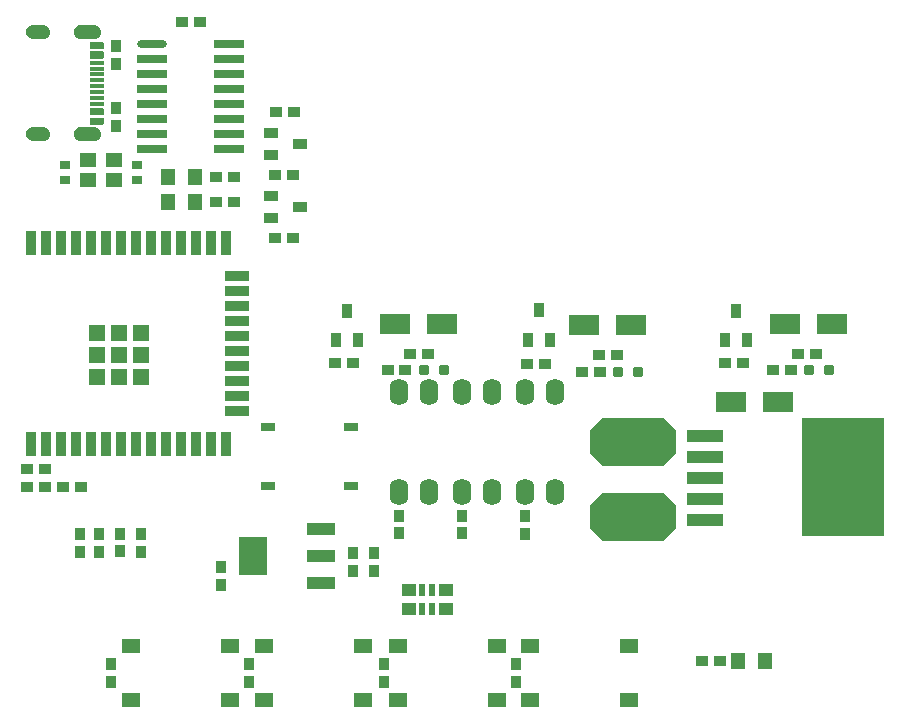
<source format=gtp>
G04*
G04 #@! TF.GenerationSoftware,Altium Limited,Altium Designer,21.3.2 (30)*
G04*
G04 Layer_Color=8421504*
%FSTAX24Y24*%
%MOIN*%
G70*
G04*
G04 #@! TF.SameCoordinates,4D29D3D3-CB23-4B61-9135-448C7089281F*
G04*
G04*
G04 #@! TF.FilePolarity,Positive*
G04*
G01*
G75*
%ADD20R,0.0394X0.0374*%
G04:AMPARAMS|DCode=21|XSize=31.5mil|YSize=31.5mil|CornerRadius=3.9mil|HoleSize=0mil|Usage=FLASHONLY|Rotation=0.000|XOffset=0mil|YOffset=0mil|HoleType=Round|Shape=RoundedRectangle|*
%AMROUNDEDRECTD21*
21,1,0.0315,0.0236,0,0,0.0*
21,1,0.0236,0.0315,0,0,0.0*
1,1,0.0079,0.0118,-0.0118*
1,1,0.0079,-0.0118,-0.0118*
1,1,0.0079,-0.0118,0.0118*
1,1,0.0079,0.0118,0.0118*
%
%ADD21ROUNDEDRECTD21*%
%ADD22R,0.0453X0.0118*%
%ADD23R,0.0453X0.0236*%
%ADD24R,0.0551X0.0472*%
%ADD25R,0.0984X0.0669*%
%ADD26R,0.0335X0.0472*%
%ADD27O,0.0630X0.0886*%
G04:AMPARAMS|DCode=28|XSize=287.4mil|YSize=157.5mil|CornerRadius=0mil|HoleSize=0mil|Usage=FLASHONLY|Rotation=180.000|XOffset=0mil|YOffset=0mil|HoleType=Round|Shape=Octagon|*
%AMOCTAGOND28*
4,1,8,-0.1437,0.0394,-0.1437,-0.0394,-0.1043,-0.0787,0.1043,-0.0787,0.1437,-0.0394,0.1437,0.0394,0.1043,0.0787,-0.1043,0.0787,-0.1437,0.0394,0.0*
%
%ADD28OCTAGOND28*%

%ADD29R,0.2756X0.3937*%
%ADD30R,0.1200X0.0394*%
%ADD31R,0.0500X0.0550*%
%ADD32R,0.0374X0.0394*%
%ADD33R,0.0600X0.0500*%
%ADD34R,0.0457X0.0394*%
%ADD35R,0.0200X0.0394*%
%ADD36R,0.0945X0.1299*%
%ADD37R,0.0945X0.0394*%
%ADD38R,0.0472X0.0315*%
%ADD39R,0.0472X0.0335*%
%ADD40R,0.0984X0.0250*%
%ADD41O,0.0984X0.0250*%
%ADD42R,0.0335X0.0276*%
%ADD43R,0.0354X0.0787*%
%ADD44R,0.0787X0.0354*%
%ADD45R,0.0524X0.0524*%
G36*
X025738Y046304D02*
X025285D01*
Y046423D01*
X025738D01*
Y046304D01*
D02*
G37*
G36*
X025738Y046108D02*
X025285D01*
Y046226D01*
X025738D01*
Y046108D01*
D02*
G37*
G36*
X025738Y045911D02*
X025286D01*
Y046029D01*
X025738D01*
Y045911D01*
D02*
G37*
G36*
X025738Y045714D02*
X025285D01*
Y045832D01*
X025738D01*
Y045714D01*
D02*
G37*
G36*
Y045399D02*
X025285D01*
Y045635D01*
X025738D01*
Y045399D01*
D02*
G37*
G36*
Y045084D02*
X025285D01*
Y04532D01*
X025738D01*
Y045084D01*
D02*
G37*
G36*
X025547Y044962D02*
X025614Y044895D01*
X02565Y044808D01*
Y044714D01*
X025614Y044627D01*
X025547Y044561D01*
X02546Y044525D01*
X024933D01*
X024846Y044561D01*
X02478Y044627D01*
X024744Y044714D01*
Y044808D01*
X02478Y044895D01*
X024846Y044962D01*
X024933Y044998D01*
X02546D01*
X025547Y044962D01*
D02*
G37*
G36*
X023854D02*
X023921Y044895D01*
X023957Y044808D01*
Y044714D01*
X023921Y044627D01*
X023854Y044561D01*
X023767Y044525D01*
X023359D01*
X023272Y044561D01*
X023205Y044627D01*
X023169Y044714D01*
Y044808D01*
X023205Y044895D01*
X023272Y044962D01*
X023359Y044998D01*
X023767D01*
X023854Y044962D01*
D02*
G37*
G36*
X02372Y048399D02*
X023767D01*
X023854Y048363D01*
X023921Y048297D01*
X023957Y04821D01*
Y048116D01*
X023921Y048029D01*
X023854Y047963D01*
X023767Y047927D01*
X02372D01*
D01*
X023406D01*
X023359D01*
X023272Y047963D01*
X023205Y048029D01*
X023169Y048116D01*
Y04821D01*
X023205Y048297D01*
X023272Y048363D01*
X023359Y048399D01*
X023406D01*
D01*
X02372D01*
D02*
G37*
G36*
X025413D02*
X02546D01*
X025547Y048363D01*
X025614Y048297D01*
X02565Y04821D01*
Y048116D01*
X025614Y048029D01*
X025547Y047963D01*
X02546Y047927D01*
X025413D01*
D01*
X02498D01*
X024933D01*
X024846Y047963D01*
X02478Y048029D01*
X024744Y048116D01*
Y04821D01*
X02478Y048297D01*
X024846Y048363D01*
X024933Y048399D01*
X02498D01*
D01*
X025413D01*
D02*
G37*
G36*
X025737Y047525D02*
Y047289D01*
X025284D01*
Y047525D01*
X025737D01*
D02*
G37*
G36*
Y04784D02*
Y047604D01*
X025284D01*
Y04784D01*
X025737D01*
D02*
G37*
G36*
X025737Y046816D02*
Y046698D01*
X025285D01*
Y046816D01*
X025737D01*
D02*
G37*
G36*
X025738Y04662D02*
Y046501D01*
X025285D01*
Y04662D01*
X025738D01*
D02*
G37*
G36*
X025738Y04721D02*
Y047092D01*
X025286D01*
Y04721D01*
X025738D01*
D02*
G37*
G36*
X025738Y047013D02*
Y046895D01*
X025285D01*
Y047013D01*
X025738D01*
D02*
G37*
D20*
X034045Y03715D02*
D03*
X033455D02*
D03*
X035209Y0369D02*
D03*
X0358D02*
D03*
X041705Y03685D02*
D03*
X042295D02*
D03*
X048055Y0369D02*
D03*
X048645D02*
D03*
X049495Y03745D02*
D03*
X048905D02*
D03*
X046455Y03715D02*
D03*
X047045D02*
D03*
X042845Y0374D02*
D03*
X042255D02*
D03*
X039855Y0371D02*
D03*
X040445D02*
D03*
X036545Y03745D02*
D03*
X035955D02*
D03*
X046295Y0272D02*
D03*
X045705D02*
D03*
X023205Y0336D02*
D03*
X023795D02*
D03*
X023205Y033D02*
D03*
X023795D02*
D03*
X024405D02*
D03*
X024995D02*
D03*
X032045Y0413D02*
D03*
X031455D02*
D03*
X032045Y0434D02*
D03*
X031455D02*
D03*
X031505Y0455D02*
D03*
X032095D02*
D03*
X028355Y0485D02*
D03*
X028945D02*
D03*
X030095Y04335D02*
D03*
X029505D02*
D03*
Y0425D02*
D03*
X030095D02*
D03*
D21*
X037085Y0369D02*
D03*
X036415D02*
D03*
X043569Y03685D02*
D03*
X0429D02*
D03*
X049935Y0369D02*
D03*
X049265D02*
D03*
D22*
X025512Y047151D02*
D03*
X025512Y046954D02*
D03*
X025511Y046758D02*
D03*
X025512Y046561D02*
D03*
X025511Y046364D02*
D03*
X025512Y046167D02*
D03*
Y04597D02*
D03*
Y045773D02*
D03*
D23*
X02551Y047722D02*
D03*
Y047407D02*
D03*
X025512Y045517D02*
D03*
Y045202D02*
D03*
D24*
X025236Y043916D02*
D03*
X026102D02*
D03*
Y043246D02*
D03*
X025236D02*
D03*
D25*
X048463Y03845D02*
D03*
X050037D02*
D03*
X041763Y0384D02*
D03*
X043337D02*
D03*
X035463Y03845D02*
D03*
X037037D02*
D03*
X046663Y03585D02*
D03*
X048237D02*
D03*
D26*
X046814Y038884D02*
D03*
X046442Y037902D02*
D03*
X0472Y0379D02*
D03*
X040252Y038892D02*
D03*
X03988Y03791D02*
D03*
X040638Y037908D02*
D03*
X033852Y038884D02*
D03*
X03348Y037902D02*
D03*
X034238Y0379D02*
D03*
D27*
X0398Y032827D02*
D03*
X0408D02*
D03*
Y036173D02*
D03*
X0398D02*
D03*
X0377Y032827D02*
D03*
X0387D02*
D03*
Y036173D02*
D03*
X0377D02*
D03*
X0356Y032827D02*
D03*
X0366D02*
D03*
Y036173D02*
D03*
X0356D02*
D03*
D28*
X0434Y032D02*
D03*
Y0345D02*
D03*
D29*
X0504Y03335D02*
D03*
D30*
X0458Y0319D02*
D03*
Y0326D02*
D03*
Y0333D02*
D03*
Y034D02*
D03*
Y0347D02*
D03*
D31*
X0478Y0272D02*
D03*
X0469D02*
D03*
X0279Y04335D02*
D03*
X0288D02*
D03*
X0279Y0425D02*
D03*
X0288D02*
D03*
D32*
X0398Y032045D02*
D03*
Y031455D02*
D03*
X0377Y03205D02*
D03*
Y031459D02*
D03*
X0356Y03205D02*
D03*
Y031459D02*
D03*
X027Y030855D02*
D03*
Y031445D02*
D03*
X0263Y03145D02*
D03*
Y030859D02*
D03*
X0256Y030855D02*
D03*
Y031445D02*
D03*
X02495Y030855D02*
D03*
Y031445D02*
D03*
X026Y027095D02*
D03*
Y026505D02*
D03*
X0306D02*
D03*
Y027095D02*
D03*
X0351Y026505D02*
D03*
Y027095D02*
D03*
X0395D02*
D03*
Y026505D02*
D03*
X03475Y0308D02*
D03*
Y030209D02*
D03*
X03405Y0308D02*
D03*
Y030209D02*
D03*
X02965Y030345D02*
D03*
Y029755D02*
D03*
X02615Y047105D02*
D03*
Y047695D02*
D03*
Y045645D02*
D03*
Y045055D02*
D03*
D33*
X02995Y0259D02*
D03*
Y0277D02*
D03*
X02665Y0259D02*
D03*
Y0277D02*
D03*
X03995D02*
D03*
Y0259D02*
D03*
X04325Y0277D02*
D03*
Y0259D02*
D03*
X03885D02*
D03*
Y0277D02*
D03*
X03555Y0259D02*
D03*
Y0277D02*
D03*
X0344Y0259D02*
D03*
Y0277D02*
D03*
X0311Y0259D02*
D03*
Y0277D02*
D03*
D34*
X035919Y02957D02*
D03*
X037139D02*
D03*
X035919Y02895D02*
D03*
X037139D02*
D03*
D35*
X036358Y029571D02*
D03*
X0367D02*
D03*
X036358Y028949D02*
D03*
X0367Y02895D02*
D03*
D36*
X030708Y0307D02*
D03*
D37*
X032992Y031606D02*
D03*
Y0307D02*
D03*
Y029794D02*
D03*
D38*
X033978Y03305D02*
D03*
X031222D02*
D03*
Y035D02*
D03*
X033978D02*
D03*
D39*
X031308Y041962D02*
D03*
X03131Y04272D02*
D03*
X032292Y042348D02*
D03*
X031308Y044062D02*
D03*
X03131Y04482D02*
D03*
X032292Y044448D02*
D03*
D40*
X02993Y04779D02*
D03*
Y04729D02*
D03*
Y04679D02*
D03*
Y04629D02*
D03*
Y04579D02*
D03*
Y04529D02*
D03*
Y04479D02*
D03*
Y04429D02*
D03*
X02737Y04429D02*
D03*
Y04479D02*
D03*
Y04529D02*
D03*
Y04579D02*
D03*
Y04629D02*
D03*
Y04679D02*
D03*
Y04729D02*
D03*
D41*
Y04779D02*
D03*
D42*
X02685Y043244D02*
D03*
Y043756D02*
D03*
X02445Y043244D02*
D03*
Y043756D02*
D03*
D43*
X023306Y034454D02*
D03*
X023806D02*
D03*
X024306D02*
D03*
X024806D02*
D03*
X025306D02*
D03*
X025806D02*
D03*
X026306D02*
D03*
X026806D02*
D03*
X027306D02*
D03*
X027806D02*
D03*
X028306D02*
D03*
X028806D02*
D03*
X029306D02*
D03*
X029806D02*
D03*
Y041146D02*
D03*
X029306D02*
D03*
X028806D02*
D03*
X028306D02*
D03*
X027806D02*
D03*
X027306D02*
D03*
X026806D02*
D03*
X026306D02*
D03*
X025806D02*
D03*
X025306D02*
D03*
X024806D02*
D03*
X024306D02*
D03*
X023806D02*
D03*
X023306D02*
D03*
D44*
X0302Y03555D02*
D03*
Y03605D02*
D03*
Y03655D02*
D03*
Y03705D02*
D03*
Y03755D02*
D03*
Y03805D02*
D03*
Y03855D02*
D03*
Y03905D02*
D03*
Y03955D02*
D03*
Y04005D02*
D03*
D45*
X025537Y036684D02*
D03*
Y037406D02*
D03*
Y038129D02*
D03*
X026259Y036684D02*
D03*
Y037406D02*
D03*
Y038129D02*
D03*
X026981Y036684D02*
D03*
Y037406D02*
D03*
Y038129D02*
D03*
M02*

</source>
